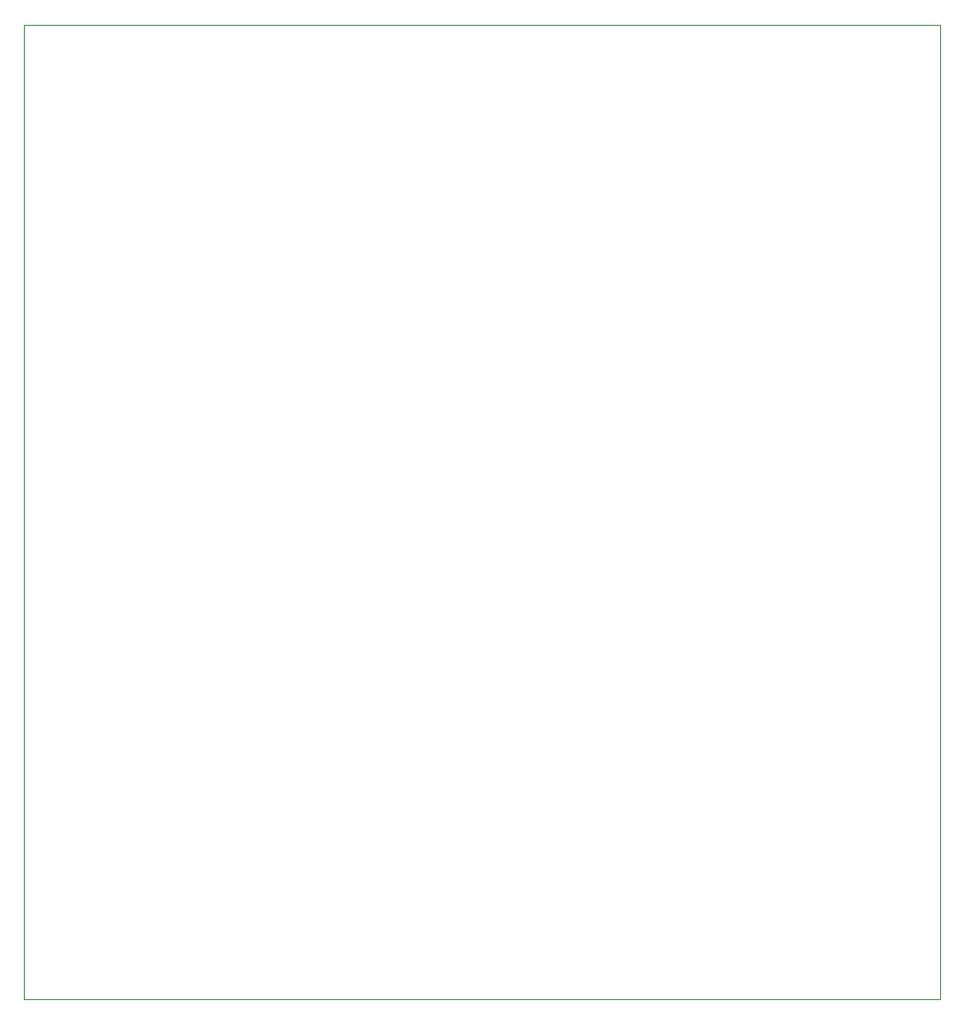
<source format=gbr>
%TF.GenerationSoftware,KiCad,Pcbnew,7.0.7*%
%TF.CreationDate,2023-12-18T11:14:40+01:00*%
%TF.ProjectId,PureDevices_IO_Expander,50757265-4465-4766-9963-65735f494f5f,rev?*%
%TF.SameCoordinates,Original*%
%TF.FileFunction,Profile,NP*%
%FSLAX46Y46*%
G04 Gerber Fmt 4.6, Leading zero omitted, Abs format (unit mm)*
G04 Created by KiCad (PCBNEW 7.0.7) date 2023-12-18 11:14:40*
%MOMM*%
%LPD*%
G01*
G04 APERTURE LIST*
%TA.AperFunction,Profile*%
%ADD10C,0.100000*%
%TD*%
G04 APERTURE END LIST*
D10*
X35560000Y-20320000D02*
X116840000Y-20320000D01*
X116840000Y-106680000D01*
X35560000Y-106680000D01*
X35560000Y-20320000D01*
M02*

</source>
